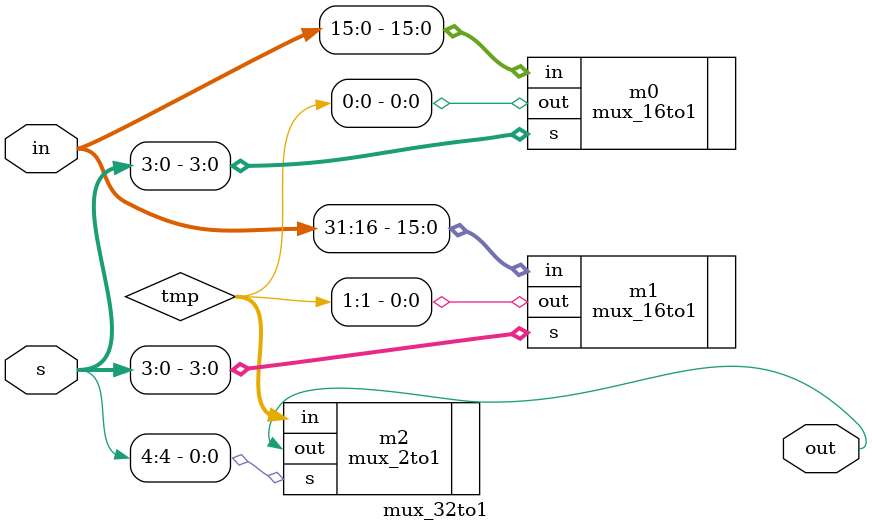
<source format=sv>
module mux_32to1(
input logic [31:0] in,
input logic [4:0] s,
output logic out
); 

logic [1:0] tmp;


mux_16to1 m0(.in(in[15:0]), .s(s[3:0]), .out(tmp[0]));
mux_16to1 m1(.in(in[31:16]), .s(s[3:0]), .out(tmp[1]));
mux_2to1 m2(.in(tmp), .s(s[4]), .out);







endmodule
</source>
